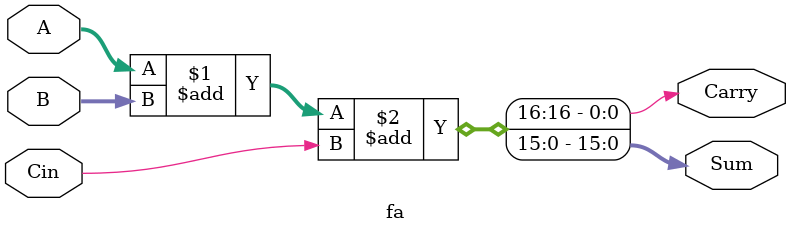
<source format=v>
module fa(A,B,Sum,Cin,Carry);
  
  input [15:0]A,B;
  input Cin;
  output [15:0]Sum;
  output Carry;

assign {Carry,Sum} = A+B+Cin;

endmodule
</source>
